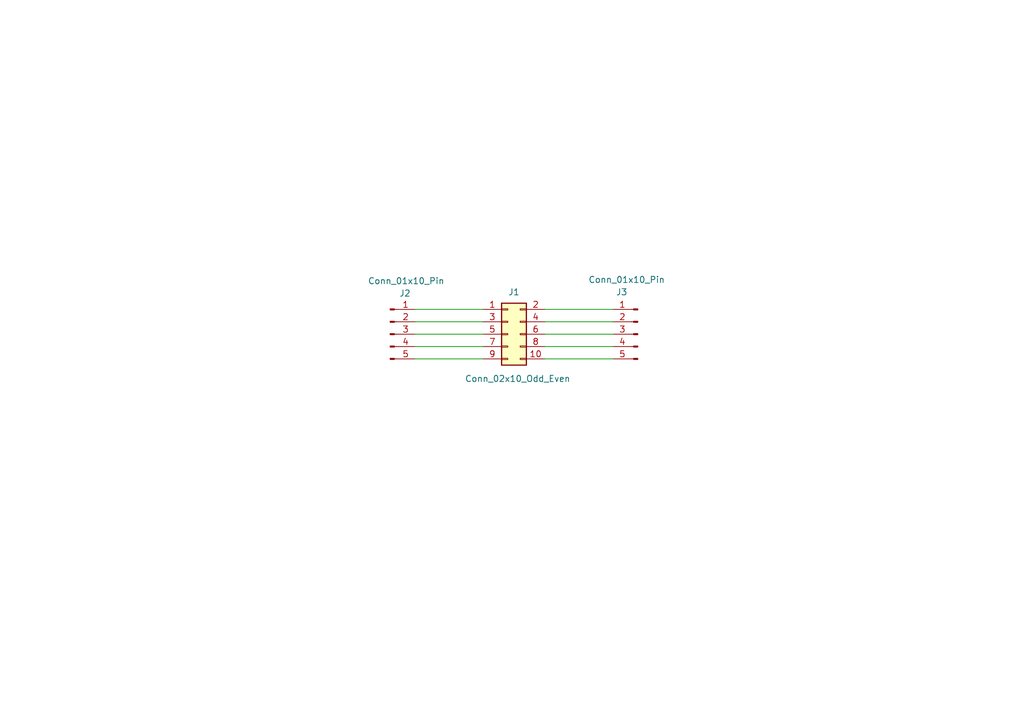
<source format=kicad_sch>
(kicad_sch (version 20250114) (generator "eeschema") (generator_version "9.0")
  (paper "A5")
  (title_block (title "10-pin 1.27mm pitch headers to 2.54mm pitch") (date "2025-12-12") (rev "1.0") (company "OÜ MAKEPROGRESS"))
  (lib_symbols
    (symbol "Connector:Conn_01x05_Pin" (pin_names (offset 1.016) (hide yes))
      (property "Reference" "J" (at 0 7.62 0))
      (property "Value" "Conn_01x05_Pin" (at 0 -7.62 0))
      (symbol "Conn_01x05_Pin_1_1"
        (rectangle (start 0.8636 5.207) (end 0 4.953) (stroke (width 0.1524)) (fill (type outline)))
        (rectangle (start 0.8636 2.667) (end 0 2.413) (stroke (width 0.1524)) (fill (type outline)))
        (rectangle (start 0.8636 0.127) (end 0 -0.127) (stroke (width 0.1524)) (fill (type outline)))
        (rectangle (start 0.8636 -2.413) (end 0 -2.667) (stroke (width 0.1524)) (fill (type outline)))
        (rectangle (start 0.8636 -4.953) (end 0 -5.207) (stroke (width 0.1524)) (fill (type outline)))
        (polyline (pts (xy 1.27 5.08) (xy 0.8636 5.08)) (stroke (width 0.1524)))
        (polyline (pts (xy 1.27 2.54) (xy 0.8636 2.54)) (stroke (width 0.1524)))
        (polyline (pts (xy 1.27 0) (xy 0.8636 0)) (stroke (width 0.1524)))
        (polyline (pts (xy 1.27 -2.54) (xy 0.8636 -2.54)) (stroke (width 0.1524)))
        (polyline (pts (xy 1.27 -5.08) (xy 0.8636 -5.08)) (stroke (width 0.1524)))
        (pin passive line (at 5.08 5.08 180) (length 3.81) (name "Pin_1") (number "1"))
        (pin passive line (at 5.08 2.54 180) (length 3.81) (name "Pin_2") (number "2"))
        (pin passive line (at 5.08 0 180) (length 3.81) (name "Pin_3") (number "3"))
        (pin passive line (at 5.08 -2.54 180) (length 3.81) (name "Pin_4") (number "4"))
        (pin passive line (at 5.08 -5.08 180) (length 3.81) (name "Pin_5") (number "5"))
      )
    )
    (symbol "Connector_Generic:Conn_02x05_Odd_Even" (pin_names (offset 1.016) (hide yes))
      (property "Reference" "J" (at 1.27 7.62 0))
      (property "Value" "Conn_02x05_Odd_Even" (at 1.27 -7.62 0))
      (symbol "Conn_02x05_Odd_Even_1_1"
        (rectangle (start -1.27 6.35) (end 3.81 -6.35) (stroke (width 0.254)) (fill (type background)))
        (rectangle (start -1.27 5.207) (end 0 4.953) (stroke (width 0.1524)))
        (rectangle (start -1.27 2.667) (end 0 2.413) (stroke (width 0.1524)))
        (rectangle (start -1.27 0.127) (end 0 -0.127) (stroke (width 0.1524)))
        (rectangle (start -1.27 -2.413) (end 0 -2.667) (stroke (width 0.1524)))
        (rectangle (start -1.27 -4.953) (end 0 -5.207) (stroke (width 0.1524)))
        (rectangle (start 3.81 5.207) (end 2.54 4.953) (stroke (width 0.1524)))
        (rectangle (start 3.81 2.667) (end 2.54 2.413) (stroke (width 0.1524)))
        (rectangle (start 3.81 0.127) (end 2.54 -0.127) (stroke (width 0.1524)))
        (rectangle (start 3.81 -2.413) (end 2.54 -2.667) (stroke (width 0.1524)))
        (rectangle (start 3.81 -4.953) (end 2.54 -5.207) (stroke (width 0.1524)))
        (pin passive line (at -5.08 5.08 0) (length 3.81) (name "Pin_1") (number "1"))
        (pin passive line (at -5.08 2.54 0) (length 3.81) (name "Pin_3") (number "3"))
        (pin passive line (at -5.08 0 0) (length 3.81) (name "Pin_5") (number "5"))
        (pin passive line (at -5.08 -2.54 0) (length 3.81) (name "Pin_7") (number "7"))
        (pin passive line (at -5.08 -5.08 0) (length 3.81) (name "Pin_9") (number "9"))
        (pin passive line (at 7.62 5.08 180) (length 3.81) (name "Pin_2") (number "2"))
        (pin passive line (at 7.62 2.54 180) (length 3.81) (name "Pin_4") (number "4"))
        (pin passive line (at 7.62 0 180) (length 3.81) (name "Pin_6") (number "6"))
        (pin passive line (at 7.62 -2.54 180) (length 3.81) (name "Pin_8") (number "8"))
        (pin passive line (at 7.62 -5.08 180) (length 3.81) (name "Pin_10") (number "10"))
      )
    )
  )
  (wire (pts (xy 111.76 73.66) (xy 125.73 73.66)))
  (wire (pts (xy 111.76 63.5) (xy 125.73 63.5)))
  (wire (pts (xy 111.76 68.58) (xy 125.73 68.58)))
  (wire (pts (xy 85.09 73.66) (xy 99.06 73.66)))
  (wire (pts (xy 85.09 66.04) (xy 99.06 66.04)))
  (wire (pts (xy 111.76 66.04) (xy 125.73 66.04)))
  (wire (pts (xy 85.09 63.5) (xy 99.06 63.5)))
  (wire (pts (xy 85.09 71.12) (xy 99.06 71.12)))
  (wire (pts (xy 85.09 68.58) (xy 99.06 68.58)))
  (wire (pts (xy 111.76 71.12) (xy 125.73 71.12)))
  (symbol (lib_id "Connector:Conn_01x05_Pin") (at 130.81 68.58 0) (mirror y) (unit 1)
    (property "Reference" "J3" (at 127.508 59.944 0))
    (property "Value" "Conn_01x10_Pin" (at 128.524 57.404 0))
    (property "Footprint" "Connector_PinHeader_2.54mm:PinHeader_1x05_P2.54mm_Vertical" (effects (hide yes)))
    (property "Description" "Generic connector, single row, 01x05, script generated" (effects (hide yes)))
  )
  (symbol (lib_id "Connector:Conn_01x05_Pin") (at 80.01 68.58 0) (unit 1)
    (property "Reference" "J2" (at 83.058 60.198 0))
    (property "Value" "Conn_01x10_Pin" (at 83.312 57.658 0))
    (property "Footprint" "Connector_PinHeader_2.54mm:PinHeader_1x05_P2.54mm_Vertical" (effects (hide yes)))
    (property "Description" "Generic connector, single row, 01x05, script generated" (effects (hide yes)))
  )
  (symbol (lib_id "Connector_Generic:Conn_02x05_Odd_Even") (at 104.14 68.58 0) (unit 1)
    (property "Reference" "J1" (at 105.41 59.944 0))
    (property "Value" "Conn_02x10_Odd_Even" (at 106.172 77.724 0))
    (property "Footprint" "Connector_PinHeader_1.27mm:PinHeader_2x05_P1.27mm_Vertical" (effects (hide yes)))
    (property "Description" "Generic connector, double row, 02x05, odd/even pin numbering scheme (row 1 odd numbers, row 2 even numbers), script generated (kicad-library-utils/schlib/autogen/connector/)" (effects (hide yes)))
  )
)
</source>
